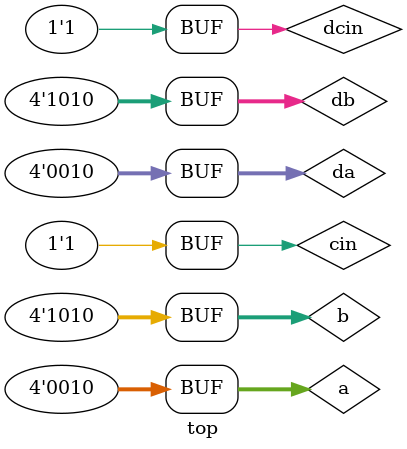
<source format=v>
`include"as_2.v"
`include"as_3.v"
module top();
reg[3:0]a,b;
reg cin;
wire[3:0]sum;
wire carry;

reg[3:0]da,db;
reg dcin;
wire [3:0]ds;
wire dcarry;

    rca RC(a,b,cin,sum,carry);

    as3 F12(da,db,dcin,ds,dcarry);
initial
begin
    a=4'b0010; b=4'b1010; cin=1'b1; 
    da=4'b0010; db=4'b1010; dcin=1'b1;

#20
$monitor("a=%b b=%b cin=%b sum=%b carry=%b ",a,b,cin,sum,carry);
#20

$monitor("da=%b db=%b dcin=%b ds=%b dcarry=%b ",da,db,dcin,ds,dcarry);
    #20;
if(sum==ds && carry==dcarry)
    $display("matched");
    else
        $display("notmatched");
end
endmodule




</source>
